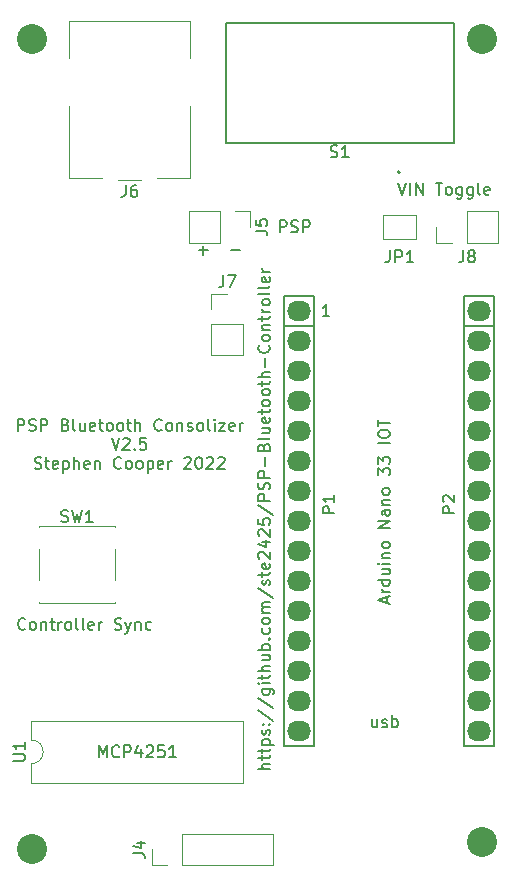
<source format=gbr>
%TF.GenerationSoftware,KiCad,Pcbnew,(6.0.1)*%
%TF.CreationDate,2022-07-17T20:34:33+01:00*%
%TF.ProjectId,psp-bluetooth,7073702d-626c-4756-9574-6f6f74682e6b,rev?*%
%TF.SameCoordinates,Original*%
%TF.FileFunction,Legend,Top*%
%TF.FilePolarity,Positive*%
%FSLAX46Y46*%
G04 Gerber Fmt 4.6, Leading zero omitted, Abs format (unit mm)*
G04 Created by KiCad (PCBNEW (6.0.1)) date 2022-07-17 20:34:33*
%MOMM*%
%LPD*%
G01*
G04 APERTURE LIST*
%ADD10C,0.150000*%
%ADD11C,0.127000*%
%ADD12C,0.200000*%
%ADD13C,0.120000*%
%ADD14O,2.032000X1.727200*%
%ADD15C,2.540000*%
G04 APERTURE END LIST*
D10*
X130953095Y-66111428D02*
X131715000Y-66111428D01*
X131334047Y-66492380D02*
X131334047Y-65730476D01*
X133715000Y-66111428D02*
X134476904Y-66111428D01*
X146042142Y-105830714D02*
X146042142Y-106497380D01*
X145613571Y-105830714D02*
X145613571Y-106354523D01*
X145661190Y-106449761D01*
X145756428Y-106497380D01*
X145899285Y-106497380D01*
X145994523Y-106449761D01*
X146042142Y-106402142D01*
X146470714Y-106449761D02*
X146565952Y-106497380D01*
X146756428Y-106497380D01*
X146851666Y-106449761D01*
X146899285Y-106354523D01*
X146899285Y-106306904D01*
X146851666Y-106211666D01*
X146756428Y-106164047D01*
X146613571Y-106164047D01*
X146518333Y-106116428D01*
X146470714Y-106021190D01*
X146470714Y-105973571D01*
X146518333Y-105878333D01*
X146613571Y-105830714D01*
X146756428Y-105830714D01*
X146851666Y-105878333D01*
X147327857Y-106497380D02*
X147327857Y-105497380D01*
X147327857Y-105878333D02*
X147423095Y-105830714D01*
X147613571Y-105830714D01*
X147708809Y-105878333D01*
X147756428Y-105925952D01*
X147804047Y-106021190D01*
X147804047Y-106306904D01*
X147756428Y-106402142D01*
X147708809Y-106449761D01*
X147613571Y-106497380D01*
X147423095Y-106497380D01*
X147327857Y-106449761D01*
X116261190Y-98147142D02*
X116213571Y-98194761D01*
X116070714Y-98242380D01*
X115975476Y-98242380D01*
X115832619Y-98194761D01*
X115737380Y-98099523D01*
X115689761Y-98004285D01*
X115642142Y-97813809D01*
X115642142Y-97670952D01*
X115689761Y-97480476D01*
X115737380Y-97385238D01*
X115832619Y-97290000D01*
X115975476Y-97242380D01*
X116070714Y-97242380D01*
X116213571Y-97290000D01*
X116261190Y-97337619D01*
X116832619Y-98242380D02*
X116737380Y-98194761D01*
X116689761Y-98147142D01*
X116642142Y-98051904D01*
X116642142Y-97766190D01*
X116689761Y-97670952D01*
X116737380Y-97623333D01*
X116832619Y-97575714D01*
X116975476Y-97575714D01*
X117070714Y-97623333D01*
X117118333Y-97670952D01*
X117165952Y-97766190D01*
X117165952Y-98051904D01*
X117118333Y-98147142D01*
X117070714Y-98194761D01*
X116975476Y-98242380D01*
X116832619Y-98242380D01*
X117594523Y-97575714D02*
X117594523Y-98242380D01*
X117594523Y-97670952D02*
X117642142Y-97623333D01*
X117737380Y-97575714D01*
X117880238Y-97575714D01*
X117975476Y-97623333D01*
X118023095Y-97718571D01*
X118023095Y-98242380D01*
X118356428Y-97575714D02*
X118737380Y-97575714D01*
X118499285Y-97242380D02*
X118499285Y-98099523D01*
X118546904Y-98194761D01*
X118642142Y-98242380D01*
X118737380Y-98242380D01*
X119070714Y-98242380D02*
X119070714Y-97575714D01*
X119070714Y-97766190D02*
X119118333Y-97670952D01*
X119165952Y-97623333D01*
X119261190Y-97575714D01*
X119356428Y-97575714D01*
X119832619Y-98242380D02*
X119737380Y-98194761D01*
X119689761Y-98147142D01*
X119642142Y-98051904D01*
X119642142Y-97766190D01*
X119689761Y-97670952D01*
X119737380Y-97623333D01*
X119832619Y-97575714D01*
X119975476Y-97575714D01*
X120070714Y-97623333D01*
X120118333Y-97670952D01*
X120165952Y-97766190D01*
X120165952Y-98051904D01*
X120118333Y-98147142D01*
X120070714Y-98194761D01*
X119975476Y-98242380D01*
X119832619Y-98242380D01*
X120737380Y-98242380D02*
X120642142Y-98194761D01*
X120594523Y-98099523D01*
X120594523Y-97242380D01*
X121261190Y-98242380D02*
X121165952Y-98194761D01*
X121118333Y-98099523D01*
X121118333Y-97242380D01*
X122023095Y-98194761D02*
X121927857Y-98242380D01*
X121737380Y-98242380D01*
X121642142Y-98194761D01*
X121594523Y-98099523D01*
X121594523Y-97718571D01*
X121642142Y-97623333D01*
X121737380Y-97575714D01*
X121927857Y-97575714D01*
X122023095Y-97623333D01*
X122070714Y-97718571D01*
X122070714Y-97813809D01*
X121594523Y-97909047D01*
X122499285Y-98242380D02*
X122499285Y-97575714D01*
X122499285Y-97766190D02*
X122546904Y-97670952D01*
X122594523Y-97623333D01*
X122689761Y-97575714D01*
X122785000Y-97575714D01*
X123832619Y-98194761D02*
X123975476Y-98242380D01*
X124213571Y-98242380D01*
X124308809Y-98194761D01*
X124356428Y-98147142D01*
X124404047Y-98051904D01*
X124404047Y-97956666D01*
X124356428Y-97861428D01*
X124308809Y-97813809D01*
X124213571Y-97766190D01*
X124023095Y-97718571D01*
X123927857Y-97670952D01*
X123880238Y-97623333D01*
X123832619Y-97528095D01*
X123832619Y-97432857D01*
X123880238Y-97337619D01*
X123927857Y-97290000D01*
X124023095Y-97242380D01*
X124261190Y-97242380D01*
X124404047Y-97290000D01*
X124737380Y-97575714D02*
X124975476Y-98242380D01*
X125213571Y-97575714D02*
X124975476Y-98242380D01*
X124880238Y-98480476D01*
X124832619Y-98528095D01*
X124737380Y-98575714D01*
X125594523Y-97575714D02*
X125594523Y-98242380D01*
X125594523Y-97670952D02*
X125642142Y-97623333D01*
X125737380Y-97575714D01*
X125880238Y-97575714D01*
X125975476Y-97623333D01*
X126023095Y-97718571D01*
X126023095Y-98242380D01*
X126927857Y-98194761D02*
X126832619Y-98242380D01*
X126642142Y-98242380D01*
X126546904Y-98194761D01*
X126499285Y-98147142D01*
X126451666Y-98051904D01*
X126451666Y-97766190D01*
X126499285Y-97670952D01*
X126546904Y-97623333D01*
X126642142Y-97575714D01*
X126832619Y-97575714D01*
X126927857Y-97623333D01*
X122491904Y-109037380D02*
X122491904Y-108037380D01*
X122825238Y-108751666D01*
X123158571Y-108037380D01*
X123158571Y-109037380D01*
X124206190Y-108942142D02*
X124158571Y-108989761D01*
X124015714Y-109037380D01*
X123920476Y-109037380D01*
X123777619Y-108989761D01*
X123682380Y-108894523D01*
X123634761Y-108799285D01*
X123587142Y-108608809D01*
X123587142Y-108465952D01*
X123634761Y-108275476D01*
X123682380Y-108180238D01*
X123777619Y-108085000D01*
X123920476Y-108037380D01*
X124015714Y-108037380D01*
X124158571Y-108085000D01*
X124206190Y-108132619D01*
X124634761Y-109037380D02*
X124634761Y-108037380D01*
X125015714Y-108037380D01*
X125110952Y-108085000D01*
X125158571Y-108132619D01*
X125206190Y-108227857D01*
X125206190Y-108370714D01*
X125158571Y-108465952D01*
X125110952Y-108513571D01*
X125015714Y-108561190D01*
X124634761Y-108561190D01*
X126063333Y-108370714D02*
X126063333Y-109037380D01*
X125825238Y-107989761D02*
X125587142Y-108704047D01*
X126206190Y-108704047D01*
X126539523Y-108132619D02*
X126587142Y-108085000D01*
X126682380Y-108037380D01*
X126920476Y-108037380D01*
X127015714Y-108085000D01*
X127063333Y-108132619D01*
X127110952Y-108227857D01*
X127110952Y-108323095D01*
X127063333Y-108465952D01*
X126491904Y-109037380D01*
X127110952Y-109037380D01*
X128015714Y-108037380D02*
X127539523Y-108037380D01*
X127491904Y-108513571D01*
X127539523Y-108465952D01*
X127634761Y-108418333D01*
X127872857Y-108418333D01*
X127968095Y-108465952D01*
X128015714Y-108513571D01*
X128063333Y-108608809D01*
X128063333Y-108846904D01*
X128015714Y-108942142D01*
X127968095Y-108989761D01*
X127872857Y-109037380D01*
X127634761Y-109037380D01*
X127539523Y-108989761D01*
X127491904Y-108942142D01*
X129015714Y-109037380D02*
X128444285Y-109037380D01*
X128730000Y-109037380D02*
X128730000Y-108037380D01*
X128634761Y-108180238D01*
X128539523Y-108275476D01*
X128444285Y-108323095D01*
X146851666Y-95979285D02*
X146851666Y-95503095D01*
X147137380Y-96074523D02*
X146137380Y-95741190D01*
X147137380Y-95407857D01*
X147137380Y-95074523D02*
X146470714Y-95074523D01*
X146661190Y-95074523D02*
X146565952Y-95026904D01*
X146518333Y-94979285D01*
X146470714Y-94884047D01*
X146470714Y-94788809D01*
X147137380Y-94026904D02*
X146137380Y-94026904D01*
X147089761Y-94026904D02*
X147137380Y-94122142D01*
X147137380Y-94312619D01*
X147089761Y-94407857D01*
X147042142Y-94455476D01*
X146946904Y-94503095D01*
X146661190Y-94503095D01*
X146565952Y-94455476D01*
X146518333Y-94407857D01*
X146470714Y-94312619D01*
X146470714Y-94122142D01*
X146518333Y-94026904D01*
X146470714Y-93122142D02*
X147137380Y-93122142D01*
X146470714Y-93550714D02*
X146994523Y-93550714D01*
X147089761Y-93503095D01*
X147137380Y-93407857D01*
X147137380Y-93265000D01*
X147089761Y-93169761D01*
X147042142Y-93122142D01*
X147137380Y-92645952D02*
X146470714Y-92645952D01*
X146137380Y-92645952D02*
X146185000Y-92693571D01*
X146232619Y-92645952D01*
X146185000Y-92598333D01*
X146137380Y-92645952D01*
X146232619Y-92645952D01*
X146470714Y-92169761D02*
X147137380Y-92169761D01*
X146565952Y-92169761D02*
X146518333Y-92122142D01*
X146470714Y-92026904D01*
X146470714Y-91884047D01*
X146518333Y-91788809D01*
X146613571Y-91741190D01*
X147137380Y-91741190D01*
X147137380Y-91122142D02*
X147089761Y-91217380D01*
X147042142Y-91265000D01*
X146946904Y-91312619D01*
X146661190Y-91312619D01*
X146565952Y-91265000D01*
X146518333Y-91217380D01*
X146470714Y-91122142D01*
X146470714Y-90979285D01*
X146518333Y-90884047D01*
X146565952Y-90836428D01*
X146661190Y-90788809D01*
X146946904Y-90788809D01*
X147042142Y-90836428D01*
X147089761Y-90884047D01*
X147137380Y-90979285D01*
X147137380Y-91122142D01*
X147137380Y-89598333D02*
X146137380Y-89598333D01*
X147137380Y-89026904D01*
X146137380Y-89026904D01*
X147137380Y-88122142D02*
X146613571Y-88122142D01*
X146518333Y-88169761D01*
X146470714Y-88265000D01*
X146470714Y-88455476D01*
X146518333Y-88550714D01*
X147089761Y-88122142D02*
X147137380Y-88217380D01*
X147137380Y-88455476D01*
X147089761Y-88550714D01*
X146994523Y-88598333D01*
X146899285Y-88598333D01*
X146804047Y-88550714D01*
X146756428Y-88455476D01*
X146756428Y-88217380D01*
X146708809Y-88122142D01*
X146470714Y-87645952D02*
X147137380Y-87645952D01*
X146565952Y-87645952D02*
X146518333Y-87598333D01*
X146470714Y-87503095D01*
X146470714Y-87360238D01*
X146518333Y-87265000D01*
X146613571Y-87217380D01*
X147137380Y-87217380D01*
X147137380Y-86598333D02*
X147089761Y-86693571D01*
X147042142Y-86741190D01*
X146946904Y-86788809D01*
X146661190Y-86788809D01*
X146565952Y-86741190D01*
X146518333Y-86693571D01*
X146470714Y-86598333D01*
X146470714Y-86455476D01*
X146518333Y-86360238D01*
X146565952Y-86312619D01*
X146661190Y-86265000D01*
X146946904Y-86265000D01*
X147042142Y-86312619D01*
X147089761Y-86360238D01*
X147137380Y-86455476D01*
X147137380Y-86598333D01*
X146137380Y-85169761D02*
X146137380Y-84550714D01*
X146518333Y-84884047D01*
X146518333Y-84741190D01*
X146565952Y-84645952D01*
X146613571Y-84598333D01*
X146708809Y-84550714D01*
X146946904Y-84550714D01*
X147042142Y-84598333D01*
X147089761Y-84645952D01*
X147137380Y-84741190D01*
X147137380Y-85026904D01*
X147089761Y-85122142D01*
X147042142Y-85169761D01*
X146137380Y-84217380D02*
X146137380Y-83598333D01*
X146518333Y-83931666D01*
X146518333Y-83788809D01*
X146565952Y-83693571D01*
X146613571Y-83645952D01*
X146708809Y-83598333D01*
X146946904Y-83598333D01*
X147042142Y-83645952D01*
X147089761Y-83693571D01*
X147137380Y-83788809D01*
X147137380Y-84074523D01*
X147089761Y-84169761D01*
X147042142Y-84217380D01*
X147137380Y-82407857D02*
X146137380Y-82407857D01*
X146137380Y-81741190D02*
X146137380Y-81550714D01*
X146185000Y-81455476D01*
X146280238Y-81360238D01*
X146470714Y-81312619D01*
X146804047Y-81312619D01*
X146994523Y-81360238D01*
X147089761Y-81455476D01*
X147137380Y-81550714D01*
X147137380Y-81741190D01*
X147089761Y-81836428D01*
X146994523Y-81931666D01*
X146804047Y-81979285D01*
X146470714Y-81979285D01*
X146280238Y-81931666D01*
X146185000Y-81836428D01*
X146137380Y-81741190D01*
X146137380Y-81026904D02*
X146137380Y-80455476D01*
X147137380Y-80741190D02*
X146137380Y-80741190D01*
X147860238Y-60412380D02*
X148193571Y-61412380D01*
X148526904Y-60412380D01*
X148860238Y-61412380D02*
X148860238Y-60412380D01*
X149336428Y-61412380D02*
X149336428Y-60412380D01*
X149907857Y-61412380D01*
X149907857Y-60412380D01*
X151003095Y-60412380D02*
X151574523Y-60412380D01*
X151288809Y-61412380D02*
X151288809Y-60412380D01*
X152050714Y-61412380D02*
X151955476Y-61364761D01*
X151907857Y-61317142D01*
X151860238Y-61221904D01*
X151860238Y-60936190D01*
X151907857Y-60840952D01*
X151955476Y-60793333D01*
X152050714Y-60745714D01*
X152193571Y-60745714D01*
X152288809Y-60793333D01*
X152336428Y-60840952D01*
X152384047Y-60936190D01*
X152384047Y-61221904D01*
X152336428Y-61317142D01*
X152288809Y-61364761D01*
X152193571Y-61412380D01*
X152050714Y-61412380D01*
X153241190Y-60745714D02*
X153241190Y-61555238D01*
X153193571Y-61650476D01*
X153145952Y-61698095D01*
X153050714Y-61745714D01*
X152907857Y-61745714D01*
X152812619Y-61698095D01*
X153241190Y-61364761D02*
X153145952Y-61412380D01*
X152955476Y-61412380D01*
X152860238Y-61364761D01*
X152812619Y-61317142D01*
X152765000Y-61221904D01*
X152765000Y-60936190D01*
X152812619Y-60840952D01*
X152860238Y-60793333D01*
X152955476Y-60745714D01*
X153145952Y-60745714D01*
X153241190Y-60793333D01*
X154145952Y-60745714D02*
X154145952Y-61555238D01*
X154098333Y-61650476D01*
X154050714Y-61698095D01*
X153955476Y-61745714D01*
X153812619Y-61745714D01*
X153717380Y-61698095D01*
X154145952Y-61364761D02*
X154050714Y-61412380D01*
X153860238Y-61412380D01*
X153765000Y-61364761D01*
X153717380Y-61317142D01*
X153669761Y-61221904D01*
X153669761Y-60936190D01*
X153717380Y-60840952D01*
X153765000Y-60793333D01*
X153860238Y-60745714D01*
X154050714Y-60745714D01*
X154145952Y-60793333D01*
X154765000Y-61412380D02*
X154669761Y-61364761D01*
X154622142Y-61269523D01*
X154622142Y-60412380D01*
X155526904Y-61364761D02*
X155431666Y-61412380D01*
X155241190Y-61412380D01*
X155145952Y-61364761D01*
X155098333Y-61269523D01*
X155098333Y-60888571D01*
X155145952Y-60793333D01*
X155241190Y-60745714D01*
X155431666Y-60745714D01*
X155526904Y-60793333D01*
X155574523Y-60888571D01*
X155574523Y-60983809D01*
X155098333Y-61079047D01*
X136977380Y-110019047D02*
X135977380Y-110019047D01*
X136977380Y-109590476D02*
X136453571Y-109590476D01*
X136358333Y-109638095D01*
X136310714Y-109733333D01*
X136310714Y-109876190D01*
X136358333Y-109971428D01*
X136405952Y-110019047D01*
X136310714Y-109257142D02*
X136310714Y-108876190D01*
X135977380Y-109114285D02*
X136834523Y-109114285D01*
X136929761Y-109066666D01*
X136977380Y-108971428D01*
X136977380Y-108876190D01*
X136310714Y-108685714D02*
X136310714Y-108304761D01*
X135977380Y-108542857D02*
X136834523Y-108542857D01*
X136929761Y-108495238D01*
X136977380Y-108400000D01*
X136977380Y-108304761D01*
X136310714Y-107971428D02*
X137310714Y-107971428D01*
X136358333Y-107971428D02*
X136310714Y-107876190D01*
X136310714Y-107685714D01*
X136358333Y-107590476D01*
X136405952Y-107542857D01*
X136501190Y-107495238D01*
X136786904Y-107495238D01*
X136882142Y-107542857D01*
X136929761Y-107590476D01*
X136977380Y-107685714D01*
X136977380Y-107876190D01*
X136929761Y-107971428D01*
X136929761Y-107114285D02*
X136977380Y-107019047D01*
X136977380Y-106828571D01*
X136929761Y-106733333D01*
X136834523Y-106685714D01*
X136786904Y-106685714D01*
X136691666Y-106733333D01*
X136644047Y-106828571D01*
X136644047Y-106971428D01*
X136596428Y-107066666D01*
X136501190Y-107114285D01*
X136453571Y-107114285D01*
X136358333Y-107066666D01*
X136310714Y-106971428D01*
X136310714Y-106828571D01*
X136358333Y-106733333D01*
X136882142Y-106257142D02*
X136929761Y-106209523D01*
X136977380Y-106257142D01*
X136929761Y-106304761D01*
X136882142Y-106257142D01*
X136977380Y-106257142D01*
X136358333Y-106257142D02*
X136405952Y-106209523D01*
X136453571Y-106257142D01*
X136405952Y-106304761D01*
X136358333Y-106257142D01*
X136453571Y-106257142D01*
X135929761Y-105066666D02*
X137215476Y-105923809D01*
X135929761Y-104019047D02*
X137215476Y-104876190D01*
X136310714Y-103257142D02*
X137120238Y-103257142D01*
X137215476Y-103304761D01*
X137263095Y-103352380D01*
X137310714Y-103447619D01*
X137310714Y-103590476D01*
X137263095Y-103685714D01*
X136929761Y-103257142D02*
X136977380Y-103352380D01*
X136977380Y-103542857D01*
X136929761Y-103638095D01*
X136882142Y-103685714D01*
X136786904Y-103733333D01*
X136501190Y-103733333D01*
X136405952Y-103685714D01*
X136358333Y-103638095D01*
X136310714Y-103542857D01*
X136310714Y-103352380D01*
X136358333Y-103257142D01*
X136977380Y-102780952D02*
X136310714Y-102780952D01*
X135977380Y-102780952D02*
X136025000Y-102828571D01*
X136072619Y-102780952D01*
X136025000Y-102733333D01*
X135977380Y-102780952D01*
X136072619Y-102780952D01*
X136310714Y-102447619D02*
X136310714Y-102066666D01*
X135977380Y-102304761D02*
X136834523Y-102304761D01*
X136929761Y-102257142D01*
X136977380Y-102161904D01*
X136977380Y-102066666D01*
X136977380Y-101733333D02*
X135977380Y-101733333D01*
X136977380Y-101304761D02*
X136453571Y-101304761D01*
X136358333Y-101352380D01*
X136310714Y-101447619D01*
X136310714Y-101590476D01*
X136358333Y-101685714D01*
X136405952Y-101733333D01*
X136310714Y-100400000D02*
X136977380Y-100400000D01*
X136310714Y-100828571D02*
X136834523Y-100828571D01*
X136929761Y-100780952D01*
X136977380Y-100685714D01*
X136977380Y-100542857D01*
X136929761Y-100447619D01*
X136882142Y-100400000D01*
X136977380Y-99923809D02*
X135977380Y-99923809D01*
X136358333Y-99923809D02*
X136310714Y-99828571D01*
X136310714Y-99638095D01*
X136358333Y-99542857D01*
X136405952Y-99495238D01*
X136501190Y-99447619D01*
X136786904Y-99447619D01*
X136882142Y-99495238D01*
X136929761Y-99542857D01*
X136977380Y-99638095D01*
X136977380Y-99828571D01*
X136929761Y-99923809D01*
X136882142Y-99019047D02*
X136929761Y-98971428D01*
X136977380Y-99019047D01*
X136929761Y-99066666D01*
X136882142Y-99019047D01*
X136977380Y-99019047D01*
X136929761Y-98114285D02*
X136977380Y-98209523D01*
X136977380Y-98400000D01*
X136929761Y-98495238D01*
X136882142Y-98542857D01*
X136786904Y-98590476D01*
X136501190Y-98590476D01*
X136405952Y-98542857D01*
X136358333Y-98495238D01*
X136310714Y-98400000D01*
X136310714Y-98209523D01*
X136358333Y-98114285D01*
X136977380Y-97542857D02*
X136929761Y-97638095D01*
X136882142Y-97685714D01*
X136786904Y-97733333D01*
X136501190Y-97733333D01*
X136405952Y-97685714D01*
X136358333Y-97638095D01*
X136310714Y-97542857D01*
X136310714Y-97400000D01*
X136358333Y-97304761D01*
X136405952Y-97257142D01*
X136501190Y-97209523D01*
X136786904Y-97209523D01*
X136882142Y-97257142D01*
X136929761Y-97304761D01*
X136977380Y-97400000D01*
X136977380Y-97542857D01*
X136977380Y-96780952D02*
X136310714Y-96780952D01*
X136405952Y-96780952D02*
X136358333Y-96733333D01*
X136310714Y-96638095D01*
X136310714Y-96495238D01*
X136358333Y-96400000D01*
X136453571Y-96352380D01*
X136977380Y-96352380D01*
X136453571Y-96352380D02*
X136358333Y-96304761D01*
X136310714Y-96209523D01*
X136310714Y-96066666D01*
X136358333Y-95971428D01*
X136453571Y-95923809D01*
X136977380Y-95923809D01*
X135929761Y-94733333D02*
X137215476Y-95590476D01*
X136929761Y-94447619D02*
X136977380Y-94352380D01*
X136977380Y-94161904D01*
X136929761Y-94066666D01*
X136834523Y-94019047D01*
X136786904Y-94019047D01*
X136691666Y-94066666D01*
X136644047Y-94161904D01*
X136644047Y-94304761D01*
X136596428Y-94400000D01*
X136501190Y-94447619D01*
X136453571Y-94447619D01*
X136358333Y-94400000D01*
X136310714Y-94304761D01*
X136310714Y-94161904D01*
X136358333Y-94066666D01*
X136310714Y-93733333D02*
X136310714Y-93352380D01*
X135977380Y-93590476D02*
X136834523Y-93590476D01*
X136929761Y-93542857D01*
X136977380Y-93447619D01*
X136977380Y-93352380D01*
X136929761Y-92638095D02*
X136977380Y-92733333D01*
X136977380Y-92923809D01*
X136929761Y-93019047D01*
X136834523Y-93066666D01*
X136453571Y-93066666D01*
X136358333Y-93019047D01*
X136310714Y-92923809D01*
X136310714Y-92733333D01*
X136358333Y-92638095D01*
X136453571Y-92590476D01*
X136548809Y-92590476D01*
X136644047Y-93066666D01*
X136072619Y-92209523D02*
X136025000Y-92161904D01*
X135977380Y-92066666D01*
X135977380Y-91828571D01*
X136025000Y-91733333D01*
X136072619Y-91685714D01*
X136167857Y-91638095D01*
X136263095Y-91638095D01*
X136405952Y-91685714D01*
X136977380Y-92257142D01*
X136977380Y-91638095D01*
X136310714Y-90780952D02*
X136977380Y-90780952D01*
X135929761Y-91019047D02*
X136644047Y-91257142D01*
X136644047Y-90638095D01*
X136072619Y-90304761D02*
X136025000Y-90257142D01*
X135977380Y-90161904D01*
X135977380Y-89923809D01*
X136025000Y-89828571D01*
X136072619Y-89780952D01*
X136167857Y-89733333D01*
X136263095Y-89733333D01*
X136405952Y-89780952D01*
X136977380Y-90352380D01*
X136977380Y-89733333D01*
X135977380Y-88828571D02*
X135977380Y-89304761D01*
X136453571Y-89352380D01*
X136405952Y-89304761D01*
X136358333Y-89209523D01*
X136358333Y-88971428D01*
X136405952Y-88876190D01*
X136453571Y-88828571D01*
X136548809Y-88780952D01*
X136786904Y-88780952D01*
X136882142Y-88828571D01*
X136929761Y-88876190D01*
X136977380Y-88971428D01*
X136977380Y-89209523D01*
X136929761Y-89304761D01*
X136882142Y-89352380D01*
X135929761Y-87638095D02*
X137215476Y-88495238D01*
X136977380Y-87304761D02*
X135977380Y-87304761D01*
X135977380Y-86923809D01*
X136025000Y-86828571D01*
X136072619Y-86780952D01*
X136167857Y-86733333D01*
X136310714Y-86733333D01*
X136405952Y-86780952D01*
X136453571Y-86828571D01*
X136501190Y-86923809D01*
X136501190Y-87304761D01*
X136929761Y-86352380D02*
X136977380Y-86209523D01*
X136977380Y-85971428D01*
X136929761Y-85876190D01*
X136882142Y-85828571D01*
X136786904Y-85780952D01*
X136691666Y-85780952D01*
X136596428Y-85828571D01*
X136548809Y-85876190D01*
X136501190Y-85971428D01*
X136453571Y-86161904D01*
X136405952Y-86257142D01*
X136358333Y-86304761D01*
X136263095Y-86352380D01*
X136167857Y-86352380D01*
X136072619Y-86304761D01*
X136025000Y-86257142D01*
X135977380Y-86161904D01*
X135977380Y-85923809D01*
X136025000Y-85780952D01*
X136977380Y-85352380D02*
X135977380Y-85352380D01*
X135977380Y-84971428D01*
X136025000Y-84876190D01*
X136072619Y-84828571D01*
X136167857Y-84780952D01*
X136310714Y-84780952D01*
X136405952Y-84828571D01*
X136453571Y-84876190D01*
X136501190Y-84971428D01*
X136501190Y-85352380D01*
X136596428Y-84352380D02*
X136596428Y-83590476D01*
X136453571Y-82780952D02*
X136501190Y-82638095D01*
X136548809Y-82590476D01*
X136644047Y-82542857D01*
X136786904Y-82542857D01*
X136882142Y-82590476D01*
X136929761Y-82638095D01*
X136977380Y-82733333D01*
X136977380Y-83114285D01*
X135977380Y-83114285D01*
X135977380Y-82780952D01*
X136025000Y-82685714D01*
X136072619Y-82638095D01*
X136167857Y-82590476D01*
X136263095Y-82590476D01*
X136358333Y-82638095D01*
X136405952Y-82685714D01*
X136453571Y-82780952D01*
X136453571Y-83114285D01*
X136977380Y-81971428D02*
X136929761Y-82066666D01*
X136834523Y-82114285D01*
X135977380Y-82114285D01*
X136310714Y-81161904D02*
X136977380Y-81161904D01*
X136310714Y-81590476D02*
X136834523Y-81590476D01*
X136929761Y-81542857D01*
X136977380Y-81447619D01*
X136977380Y-81304761D01*
X136929761Y-81209523D01*
X136882142Y-81161904D01*
X136929761Y-80304761D02*
X136977380Y-80400000D01*
X136977380Y-80590476D01*
X136929761Y-80685714D01*
X136834523Y-80733333D01*
X136453571Y-80733333D01*
X136358333Y-80685714D01*
X136310714Y-80590476D01*
X136310714Y-80400000D01*
X136358333Y-80304761D01*
X136453571Y-80257142D01*
X136548809Y-80257142D01*
X136644047Y-80733333D01*
X136310714Y-79971428D02*
X136310714Y-79590476D01*
X135977380Y-79828571D02*
X136834523Y-79828571D01*
X136929761Y-79780952D01*
X136977380Y-79685714D01*
X136977380Y-79590476D01*
X136977380Y-79114285D02*
X136929761Y-79209523D01*
X136882142Y-79257142D01*
X136786904Y-79304761D01*
X136501190Y-79304761D01*
X136405952Y-79257142D01*
X136358333Y-79209523D01*
X136310714Y-79114285D01*
X136310714Y-78971428D01*
X136358333Y-78876190D01*
X136405952Y-78828571D01*
X136501190Y-78780952D01*
X136786904Y-78780952D01*
X136882142Y-78828571D01*
X136929761Y-78876190D01*
X136977380Y-78971428D01*
X136977380Y-79114285D01*
X136977380Y-78209523D02*
X136929761Y-78304761D01*
X136882142Y-78352380D01*
X136786904Y-78400000D01*
X136501190Y-78400000D01*
X136405952Y-78352380D01*
X136358333Y-78304761D01*
X136310714Y-78209523D01*
X136310714Y-78066666D01*
X136358333Y-77971428D01*
X136405952Y-77923809D01*
X136501190Y-77876190D01*
X136786904Y-77876190D01*
X136882142Y-77923809D01*
X136929761Y-77971428D01*
X136977380Y-78066666D01*
X136977380Y-78209523D01*
X136310714Y-77590476D02*
X136310714Y-77209523D01*
X135977380Y-77447619D02*
X136834523Y-77447619D01*
X136929761Y-77400000D01*
X136977380Y-77304761D01*
X136977380Y-77209523D01*
X136977380Y-76876190D02*
X135977380Y-76876190D01*
X136977380Y-76447619D02*
X136453571Y-76447619D01*
X136358333Y-76495238D01*
X136310714Y-76590476D01*
X136310714Y-76733333D01*
X136358333Y-76828571D01*
X136405952Y-76876190D01*
X136596428Y-75971428D02*
X136596428Y-75209523D01*
X136882142Y-74161904D02*
X136929761Y-74209523D01*
X136977380Y-74352380D01*
X136977380Y-74447619D01*
X136929761Y-74590476D01*
X136834523Y-74685714D01*
X136739285Y-74733333D01*
X136548809Y-74780952D01*
X136405952Y-74780952D01*
X136215476Y-74733333D01*
X136120238Y-74685714D01*
X136025000Y-74590476D01*
X135977380Y-74447619D01*
X135977380Y-74352380D01*
X136025000Y-74209523D01*
X136072619Y-74161904D01*
X136977380Y-73590476D02*
X136929761Y-73685714D01*
X136882142Y-73733333D01*
X136786904Y-73780952D01*
X136501190Y-73780952D01*
X136405952Y-73733333D01*
X136358333Y-73685714D01*
X136310714Y-73590476D01*
X136310714Y-73447619D01*
X136358333Y-73352380D01*
X136405952Y-73304761D01*
X136501190Y-73257142D01*
X136786904Y-73257142D01*
X136882142Y-73304761D01*
X136929761Y-73352380D01*
X136977380Y-73447619D01*
X136977380Y-73590476D01*
X136310714Y-72828571D02*
X136977380Y-72828571D01*
X136405952Y-72828571D02*
X136358333Y-72780952D01*
X136310714Y-72685714D01*
X136310714Y-72542857D01*
X136358333Y-72447619D01*
X136453571Y-72400000D01*
X136977380Y-72400000D01*
X136310714Y-72066666D02*
X136310714Y-71685714D01*
X135977380Y-71923809D02*
X136834523Y-71923809D01*
X136929761Y-71876190D01*
X136977380Y-71780952D01*
X136977380Y-71685714D01*
X136977380Y-71352380D02*
X136310714Y-71352380D01*
X136501190Y-71352380D02*
X136405952Y-71304761D01*
X136358333Y-71257142D01*
X136310714Y-71161904D01*
X136310714Y-71066666D01*
X136977380Y-70590476D02*
X136929761Y-70685714D01*
X136882142Y-70733333D01*
X136786904Y-70780952D01*
X136501190Y-70780952D01*
X136405952Y-70733333D01*
X136358333Y-70685714D01*
X136310714Y-70590476D01*
X136310714Y-70447619D01*
X136358333Y-70352380D01*
X136405952Y-70304761D01*
X136501190Y-70257142D01*
X136786904Y-70257142D01*
X136882142Y-70304761D01*
X136929761Y-70352380D01*
X136977380Y-70447619D01*
X136977380Y-70590476D01*
X136977380Y-69685714D02*
X136929761Y-69780952D01*
X136834523Y-69828571D01*
X135977380Y-69828571D01*
X136977380Y-69161904D02*
X136929761Y-69257142D01*
X136834523Y-69304761D01*
X135977380Y-69304761D01*
X136929761Y-68400000D02*
X136977380Y-68495238D01*
X136977380Y-68685714D01*
X136929761Y-68780952D01*
X136834523Y-68828571D01*
X136453571Y-68828571D01*
X136358333Y-68780952D01*
X136310714Y-68685714D01*
X136310714Y-68495238D01*
X136358333Y-68400000D01*
X136453571Y-68352380D01*
X136548809Y-68352380D01*
X136644047Y-68828571D01*
X136977380Y-67923809D02*
X136310714Y-67923809D01*
X136501190Y-67923809D02*
X136405952Y-67876190D01*
X136358333Y-67828571D01*
X136310714Y-67733333D01*
X136310714Y-67638095D01*
X115618809Y-81392380D02*
X115618809Y-80392380D01*
X115999761Y-80392380D01*
X116095000Y-80440000D01*
X116142619Y-80487619D01*
X116190238Y-80582857D01*
X116190238Y-80725714D01*
X116142619Y-80820952D01*
X116095000Y-80868571D01*
X115999761Y-80916190D01*
X115618809Y-80916190D01*
X116571190Y-81344761D02*
X116714047Y-81392380D01*
X116952142Y-81392380D01*
X117047380Y-81344761D01*
X117095000Y-81297142D01*
X117142619Y-81201904D01*
X117142619Y-81106666D01*
X117095000Y-81011428D01*
X117047380Y-80963809D01*
X116952142Y-80916190D01*
X116761666Y-80868571D01*
X116666428Y-80820952D01*
X116618809Y-80773333D01*
X116571190Y-80678095D01*
X116571190Y-80582857D01*
X116618809Y-80487619D01*
X116666428Y-80440000D01*
X116761666Y-80392380D01*
X116999761Y-80392380D01*
X117142619Y-80440000D01*
X117571190Y-81392380D02*
X117571190Y-80392380D01*
X117952142Y-80392380D01*
X118047380Y-80440000D01*
X118095000Y-80487619D01*
X118142619Y-80582857D01*
X118142619Y-80725714D01*
X118095000Y-80820952D01*
X118047380Y-80868571D01*
X117952142Y-80916190D01*
X117571190Y-80916190D01*
X119666428Y-80868571D02*
X119809285Y-80916190D01*
X119856904Y-80963809D01*
X119904523Y-81059047D01*
X119904523Y-81201904D01*
X119856904Y-81297142D01*
X119809285Y-81344761D01*
X119714047Y-81392380D01*
X119333095Y-81392380D01*
X119333095Y-80392380D01*
X119666428Y-80392380D01*
X119761666Y-80440000D01*
X119809285Y-80487619D01*
X119856904Y-80582857D01*
X119856904Y-80678095D01*
X119809285Y-80773333D01*
X119761666Y-80820952D01*
X119666428Y-80868571D01*
X119333095Y-80868571D01*
X120475952Y-81392380D02*
X120380714Y-81344761D01*
X120333095Y-81249523D01*
X120333095Y-80392380D01*
X121285476Y-80725714D02*
X121285476Y-81392380D01*
X120856904Y-80725714D02*
X120856904Y-81249523D01*
X120904523Y-81344761D01*
X120999761Y-81392380D01*
X121142619Y-81392380D01*
X121237857Y-81344761D01*
X121285476Y-81297142D01*
X122142619Y-81344761D02*
X122047380Y-81392380D01*
X121856904Y-81392380D01*
X121761666Y-81344761D01*
X121714047Y-81249523D01*
X121714047Y-80868571D01*
X121761666Y-80773333D01*
X121856904Y-80725714D01*
X122047380Y-80725714D01*
X122142619Y-80773333D01*
X122190238Y-80868571D01*
X122190238Y-80963809D01*
X121714047Y-81059047D01*
X122475952Y-80725714D02*
X122856904Y-80725714D01*
X122618809Y-80392380D02*
X122618809Y-81249523D01*
X122666428Y-81344761D01*
X122761666Y-81392380D01*
X122856904Y-81392380D01*
X123333095Y-81392380D02*
X123237857Y-81344761D01*
X123190238Y-81297142D01*
X123142619Y-81201904D01*
X123142619Y-80916190D01*
X123190238Y-80820952D01*
X123237857Y-80773333D01*
X123333095Y-80725714D01*
X123475952Y-80725714D01*
X123571190Y-80773333D01*
X123618809Y-80820952D01*
X123666428Y-80916190D01*
X123666428Y-81201904D01*
X123618809Y-81297142D01*
X123571190Y-81344761D01*
X123475952Y-81392380D01*
X123333095Y-81392380D01*
X124237857Y-81392380D02*
X124142619Y-81344761D01*
X124095000Y-81297142D01*
X124047380Y-81201904D01*
X124047380Y-80916190D01*
X124095000Y-80820952D01*
X124142619Y-80773333D01*
X124237857Y-80725714D01*
X124380714Y-80725714D01*
X124475952Y-80773333D01*
X124523571Y-80820952D01*
X124571190Y-80916190D01*
X124571190Y-81201904D01*
X124523571Y-81297142D01*
X124475952Y-81344761D01*
X124380714Y-81392380D01*
X124237857Y-81392380D01*
X124856904Y-80725714D02*
X125237857Y-80725714D01*
X124999761Y-80392380D02*
X124999761Y-81249523D01*
X125047380Y-81344761D01*
X125142619Y-81392380D01*
X125237857Y-81392380D01*
X125571190Y-81392380D02*
X125571190Y-80392380D01*
X125999761Y-81392380D02*
X125999761Y-80868571D01*
X125952142Y-80773333D01*
X125856904Y-80725714D01*
X125714047Y-80725714D01*
X125618809Y-80773333D01*
X125571190Y-80820952D01*
X127809285Y-81297142D02*
X127761666Y-81344761D01*
X127618809Y-81392380D01*
X127523571Y-81392380D01*
X127380714Y-81344761D01*
X127285476Y-81249523D01*
X127237857Y-81154285D01*
X127190238Y-80963809D01*
X127190238Y-80820952D01*
X127237857Y-80630476D01*
X127285476Y-80535238D01*
X127380714Y-80440000D01*
X127523571Y-80392380D01*
X127618809Y-80392380D01*
X127761666Y-80440000D01*
X127809285Y-80487619D01*
X128380714Y-81392380D02*
X128285476Y-81344761D01*
X128237857Y-81297142D01*
X128190238Y-81201904D01*
X128190238Y-80916190D01*
X128237857Y-80820952D01*
X128285476Y-80773333D01*
X128380714Y-80725714D01*
X128523571Y-80725714D01*
X128618809Y-80773333D01*
X128666428Y-80820952D01*
X128714047Y-80916190D01*
X128714047Y-81201904D01*
X128666428Y-81297142D01*
X128618809Y-81344761D01*
X128523571Y-81392380D01*
X128380714Y-81392380D01*
X129142619Y-80725714D02*
X129142619Y-81392380D01*
X129142619Y-80820952D02*
X129190238Y-80773333D01*
X129285476Y-80725714D01*
X129428333Y-80725714D01*
X129523571Y-80773333D01*
X129571190Y-80868571D01*
X129571190Y-81392380D01*
X129999761Y-81344761D02*
X130095000Y-81392380D01*
X130285476Y-81392380D01*
X130380714Y-81344761D01*
X130428333Y-81249523D01*
X130428333Y-81201904D01*
X130380714Y-81106666D01*
X130285476Y-81059047D01*
X130142619Y-81059047D01*
X130047380Y-81011428D01*
X129999761Y-80916190D01*
X129999761Y-80868571D01*
X130047380Y-80773333D01*
X130142619Y-80725714D01*
X130285476Y-80725714D01*
X130380714Y-80773333D01*
X130999761Y-81392380D02*
X130904523Y-81344761D01*
X130856904Y-81297142D01*
X130809285Y-81201904D01*
X130809285Y-80916190D01*
X130856904Y-80820952D01*
X130904523Y-80773333D01*
X130999761Y-80725714D01*
X131142619Y-80725714D01*
X131237857Y-80773333D01*
X131285476Y-80820952D01*
X131333095Y-80916190D01*
X131333095Y-81201904D01*
X131285476Y-81297142D01*
X131237857Y-81344761D01*
X131142619Y-81392380D01*
X130999761Y-81392380D01*
X131904523Y-81392380D02*
X131809285Y-81344761D01*
X131761666Y-81249523D01*
X131761666Y-80392380D01*
X132285476Y-81392380D02*
X132285476Y-80725714D01*
X132285476Y-80392380D02*
X132237857Y-80440000D01*
X132285476Y-80487619D01*
X132333095Y-80440000D01*
X132285476Y-80392380D01*
X132285476Y-80487619D01*
X132666428Y-80725714D02*
X133190238Y-80725714D01*
X132666428Y-81392380D01*
X133190238Y-81392380D01*
X133952142Y-81344761D02*
X133856904Y-81392380D01*
X133666428Y-81392380D01*
X133571190Y-81344761D01*
X133523571Y-81249523D01*
X133523571Y-80868571D01*
X133571190Y-80773333D01*
X133666428Y-80725714D01*
X133856904Y-80725714D01*
X133952142Y-80773333D01*
X133999761Y-80868571D01*
X133999761Y-80963809D01*
X133523571Y-81059047D01*
X134428333Y-81392380D02*
X134428333Y-80725714D01*
X134428333Y-80916190D02*
X134475952Y-80820952D01*
X134523571Y-80773333D01*
X134618809Y-80725714D01*
X134714047Y-80725714D01*
X123571190Y-82002380D02*
X123904523Y-83002380D01*
X124237857Y-82002380D01*
X124523571Y-82097619D02*
X124571190Y-82050000D01*
X124666428Y-82002380D01*
X124904523Y-82002380D01*
X124999761Y-82050000D01*
X125047380Y-82097619D01*
X125095000Y-82192857D01*
X125095000Y-82288095D01*
X125047380Y-82430952D01*
X124475952Y-83002380D01*
X125095000Y-83002380D01*
X125523571Y-82907142D02*
X125571190Y-82954761D01*
X125523571Y-83002380D01*
X125475952Y-82954761D01*
X125523571Y-82907142D01*
X125523571Y-83002380D01*
X126475952Y-82002380D02*
X125999761Y-82002380D01*
X125952142Y-82478571D01*
X125999761Y-82430952D01*
X126095000Y-82383333D01*
X126333095Y-82383333D01*
X126428333Y-82430952D01*
X126475952Y-82478571D01*
X126523571Y-82573809D01*
X126523571Y-82811904D01*
X126475952Y-82907142D01*
X126428333Y-82954761D01*
X126333095Y-83002380D01*
X126095000Y-83002380D01*
X125999761Y-82954761D01*
X125952142Y-82907142D01*
X117047380Y-84564761D02*
X117190238Y-84612380D01*
X117428333Y-84612380D01*
X117523571Y-84564761D01*
X117571190Y-84517142D01*
X117618809Y-84421904D01*
X117618809Y-84326666D01*
X117571190Y-84231428D01*
X117523571Y-84183809D01*
X117428333Y-84136190D01*
X117237857Y-84088571D01*
X117142619Y-84040952D01*
X117095000Y-83993333D01*
X117047380Y-83898095D01*
X117047380Y-83802857D01*
X117095000Y-83707619D01*
X117142619Y-83660000D01*
X117237857Y-83612380D01*
X117475952Y-83612380D01*
X117618809Y-83660000D01*
X117904523Y-83945714D02*
X118285476Y-83945714D01*
X118047380Y-83612380D02*
X118047380Y-84469523D01*
X118095000Y-84564761D01*
X118190238Y-84612380D01*
X118285476Y-84612380D01*
X118999761Y-84564761D02*
X118904523Y-84612380D01*
X118714047Y-84612380D01*
X118618809Y-84564761D01*
X118571190Y-84469523D01*
X118571190Y-84088571D01*
X118618809Y-83993333D01*
X118714047Y-83945714D01*
X118904523Y-83945714D01*
X118999761Y-83993333D01*
X119047380Y-84088571D01*
X119047380Y-84183809D01*
X118571190Y-84279047D01*
X119475952Y-83945714D02*
X119475952Y-84945714D01*
X119475952Y-83993333D02*
X119571190Y-83945714D01*
X119761666Y-83945714D01*
X119856904Y-83993333D01*
X119904523Y-84040952D01*
X119952142Y-84136190D01*
X119952142Y-84421904D01*
X119904523Y-84517142D01*
X119856904Y-84564761D01*
X119761666Y-84612380D01*
X119571190Y-84612380D01*
X119475952Y-84564761D01*
X120380714Y-84612380D02*
X120380714Y-83612380D01*
X120809285Y-84612380D02*
X120809285Y-84088571D01*
X120761666Y-83993333D01*
X120666428Y-83945714D01*
X120523571Y-83945714D01*
X120428333Y-83993333D01*
X120380714Y-84040952D01*
X121666428Y-84564761D02*
X121571190Y-84612380D01*
X121380714Y-84612380D01*
X121285476Y-84564761D01*
X121237857Y-84469523D01*
X121237857Y-84088571D01*
X121285476Y-83993333D01*
X121380714Y-83945714D01*
X121571190Y-83945714D01*
X121666428Y-83993333D01*
X121714047Y-84088571D01*
X121714047Y-84183809D01*
X121237857Y-84279047D01*
X122142619Y-83945714D02*
X122142619Y-84612380D01*
X122142619Y-84040952D02*
X122190238Y-83993333D01*
X122285476Y-83945714D01*
X122428333Y-83945714D01*
X122523571Y-83993333D01*
X122571190Y-84088571D01*
X122571190Y-84612380D01*
X124380714Y-84517142D02*
X124333095Y-84564761D01*
X124190238Y-84612380D01*
X124095000Y-84612380D01*
X123952142Y-84564761D01*
X123856904Y-84469523D01*
X123809285Y-84374285D01*
X123761666Y-84183809D01*
X123761666Y-84040952D01*
X123809285Y-83850476D01*
X123856904Y-83755238D01*
X123952142Y-83660000D01*
X124095000Y-83612380D01*
X124190238Y-83612380D01*
X124333095Y-83660000D01*
X124380714Y-83707619D01*
X124952142Y-84612380D02*
X124856904Y-84564761D01*
X124809285Y-84517142D01*
X124761666Y-84421904D01*
X124761666Y-84136190D01*
X124809285Y-84040952D01*
X124856904Y-83993333D01*
X124952142Y-83945714D01*
X125095000Y-83945714D01*
X125190238Y-83993333D01*
X125237857Y-84040952D01*
X125285476Y-84136190D01*
X125285476Y-84421904D01*
X125237857Y-84517142D01*
X125190238Y-84564761D01*
X125095000Y-84612380D01*
X124952142Y-84612380D01*
X125856904Y-84612380D02*
X125761666Y-84564761D01*
X125714047Y-84517142D01*
X125666428Y-84421904D01*
X125666428Y-84136190D01*
X125714047Y-84040952D01*
X125761666Y-83993333D01*
X125856904Y-83945714D01*
X125999761Y-83945714D01*
X126095000Y-83993333D01*
X126142619Y-84040952D01*
X126190238Y-84136190D01*
X126190238Y-84421904D01*
X126142619Y-84517142D01*
X126095000Y-84564761D01*
X125999761Y-84612380D01*
X125856904Y-84612380D01*
X126618809Y-83945714D02*
X126618809Y-84945714D01*
X126618809Y-83993333D02*
X126714047Y-83945714D01*
X126904523Y-83945714D01*
X126999761Y-83993333D01*
X127047380Y-84040952D01*
X127095000Y-84136190D01*
X127095000Y-84421904D01*
X127047380Y-84517142D01*
X126999761Y-84564761D01*
X126904523Y-84612380D01*
X126714047Y-84612380D01*
X126618809Y-84564761D01*
X127904523Y-84564761D02*
X127809285Y-84612380D01*
X127618809Y-84612380D01*
X127523571Y-84564761D01*
X127475952Y-84469523D01*
X127475952Y-84088571D01*
X127523571Y-83993333D01*
X127618809Y-83945714D01*
X127809285Y-83945714D01*
X127904523Y-83993333D01*
X127952142Y-84088571D01*
X127952142Y-84183809D01*
X127475952Y-84279047D01*
X128380714Y-84612380D02*
X128380714Y-83945714D01*
X128380714Y-84136190D02*
X128428333Y-84040952D01*
X128475952Y-83993333D01*
X128571190Y-83945714D01*
X128666428Y-83945714D01*
X129714047Y-83707619D02*
X129761666Y-83660000D01*
X129856904Y-83612380D01*
X130095000Y-83612380D01*
X130190238Y-83660000D01*
X130237857Y-83707619D01*
X130285476Y-83802857D01*
X130285476Y-83898095D01*
X130237857Y-84040952D01*
X129666428Y-84612380D01*
X130285476Y-84612380D01*
X130904523Y-83612380D02*
X130999761Y-83612380D01*
X131095000Y-83660000D01*
X131142619Y-83707619D01*
X131190238Y-83802857D01*
X131237857Y-83993333D01*
X131237857Y-84231428D01*
X131190238Y-84421904D01*
X131142619Y-84517142D01*
X131095000Y-84564761D01*
X130999761Y-84612380D01*
X130904523Y-84612380D01*
X130809285Y-84564761D01*
X130761666Y-84517142D01*
X130714047Y-84421904D01*
X130666428Y-84231428D01*
X130666428Y-83993333D01*
X130714047Y-83802857D01*
X130761666Y-83707619D01*
X130809285Y-83660000D01*
X130904523Y-83612380D01*
X131618809Y-83707619D02*
X131666428Y-83660000D01*
X131761666Y-83612380D01*
X131999761Y-83612380D01*
X132095000Y-83660000D01*
X132142619Y-83707619D01*
X132190238Y-83802857D01*
X132190238Y-83898095D01*
X132142619Y-84040952D01*
X131571190Y-84612380D01*
X132190238Y-84612380D01*
X132571190Y-83707619D02*
X132618809Y-83660000D01*
X132714047Y-83612380D01*
X132952142Y-83612380D01*
X133047380Y-83660000D01*
X133095000Y-83707619D01*
X133142619Y-83802857D01*
X133142619Y-83898095D01*
X133095000Y-84040952D01*
X132523571Y-84612380D01*
X133142619Y-84612380D01*
X142017714Y-71699380D02*
X141446285Y-71699380D01*
X141732000Y-71699380D02*
X141732000Y-70699380D01*
X141636761Y-70842238D01*
X141541523Y-70937476D01*
X141446285Y-70985095D01*
X137826904Y-64587380D02*
X137826904Y-63587380D01*
X138207857Y-63587380D01*
X138303095Y-63635000D01*
X138350714Y-63682619D01*
X138398333Y-63777857D01*
X138398333Y-63920714D01*
X138350714Y-64015952D01*
X138303095Y-64063571D01*
X138207857Y-64111190D01*
X137826904Y-64111190D01*
X138779285Y-64539761D02*
X138922142Y-64587380D01*
X139160238Y-64587380D01*
X139255476Y-64539761D01*
X139303095Y-64492142D01*
X139350714Y-64396904D01*
X139350714Y-64301666D01*
X139303095Y-64206428D01*
X139255476Y-64158809D01*
X139160238Y-64111190D01*
X138969761Y-64063571D01*
X138874523Y-64015952D01*
X138826904Y-63968333D01*
X138779285Y-63873095D01*
X138779285Y-63777857D01*
X138826904Y-63682619D01*
X138874523Y-63635000D01*
X138969761Y-63587380D01*
X139207857Y-63587380D01*
X139350714Y-63635000D01*
X139779285Y-64587380D02*
X139779285Y-63587380D01*
X140160238Y-63587380D01*
X140255476Y-63635000D01*
X140303095Y-63682619D01*
X140350714Y-63777857D01*
X140350714Y-63920714D01*
X140303095Y-64015952D01*
X140255476Y-64063571D01*
X140160238Y-64111190D01*
X139779285Y-64111190D01*
%TO.C,P1*%
X142438380Y-88368095D02*
X141438380Y-88368095D01*
X141438380Y-87987142D01*
X141486000Y-87891904D01*
X141533619Y-87844285D01*
X141628857Y-87796666D01*
X141771714Y-87796666D01*
X141866952Y-87844285D01*
X141914571Y-87891904D01*
X141962190Y-87987142D01*
X141962190Y-88368095D01*
X142438380Y-86844285D02*
X142438380Y-87415714D01*
X142438380Y-87130000D02*
X141438380Y-87130000D01*
X141581238Y-87225238D01*
X141676476Y-87320476D01*
X141724095Y-87415714D01*
%TO.C,P2*%
X152598380Y-88368095D02*
X151598380Y-88368095D01*
X151598380Y-87987142D01*
X151646000Y-87891904D01*
X151693619Y-87844285D01*
X151788857Y-87796666D01*
X151931714Y-87796666D01*
X152026952Y-87844285D01*
X152074571Y-87891904D01*
X152122190Y-87987142D01*
X152122190Y-88368095D01*
X151693619Y-87415714D02*
X151646000Y-87368095D01*
X151598380Y-87272857D01*
X151598380Y-87034761D01*
X151646000Y-86939523D01*
X151693619Y-86891904D01*
X151788857Y-86844285D01*
X151884095Y-86844285D01*
X152026952Y-86891904D01*
X152598380Y-87463333D01*
X152598380Y-86844285D01*
%TO.C,S1*%
X142113095Y-58189761D02*
X142255952Y-58237380D01*
X142494047Y-58237380D01*
X142589285Y-58189761D01*
X142636904Y-58142142D01*
X142684523Y-58046904D01*
X142684523Y-57951666D01*
X142636904Y-57856428D01*
X142589285Y-57808809D01*
X142494047Y-57761190D01*
X142303571Y-57713571D01*
X142208333Y-57665952D01*
X142160714Y-57618333D01*
X142113095Y-57523095D01*
X142113095Y-57427857D01*
X142160714Y-57332619D01*
X142208333Y-57285000D01*
X142303571Y-57237380D01*
X142541666Y-57237380D01*
X142684523Y-57285000D01*
X143636904Y-58237380D02*
X143065476Y-58237380D01*
X143351190Y-58237380D02*
X143351190Y-57237380D01*
X143255952Y-57380238D01*
X143160714Y-57475476D01*
X143065476Y-57523095D01*
%TO.C,U1*%
X115227380Y-109336904D02*
X116036904Y-109336904D01*
X116132142Y-109289285D01*
X116179761Y-109241666D01*
X116227380Y-109146428D01*
X116227380Y-108955952D01*
X116179761Y-108860714D01*
X116132142Y-108813095D01*
X116036904Y-108765476D01*
X115227380Y-108765476D01*
X116227380Y-107765476D02*
X116227380Y-108336904D01*
X116227380Y-108051190D02*
X115227380Y-108051190D01*
X115370238Y-108146428D01*
X115465476Y-108241666D01*
X115513095Y-108336904D01*
%TO.C,JP1*%
X147121666Y-66127380D02*
X147121666Y-66841666D01*
X147074047Y-66984523D01*
X146978809Y-67079761D01*
X146835952Y-67127380D01*
X146740714Y-67127380D01*
X147597857Y-67127380D02*
X147597857Y-66127380D01*
X147978809Y-66127380D01*
X148074047Y-66175000D01*
X148121666Y-66222619D01*
X148169285Y-66317857D01*
X148169285Y-66460714D01*
X148121666Y-66555952D01*
X148074047Y-66603571D01*
X147978809Y-66651190D01*
X147597857Y-66651190D01*
X149121666Y-67127380D02*
X148550238Y-67127380D01*
X148835952Y-67127380D02*
X148835952Y-66127380D01*
X148740714Y-66270238D01*
X148645476Y-66365476D01*
X148550238Y-66413095D01*
%TO.C,J6*%
X124761666Y-60592380D02*
X124761666Y-61306666D01*
X124714047Y-61449523D01*
X124618809Y-61544761D01*
X124475952Y-61592380D01*
X124380714Y-61592380D01*
X125666428Y-60592380D02*
X125475952Y-60592380D01*
X125380714Y-60640000D01*
X125333095Y-60687619D01*
X125237857Y-60830476D01*
X125190238Y-61020952D01*
X125190238Y-61401904D01*
X125237857Y-61497142D01*
X125285476Y-61544761D01*
X125380714Y-61592380D01*
X125571190Y-61592380D01*
X125666428Y-61544761D01*
X125714047Y-61497142D01*
X125761666Y-61401904D01*
X125761666Y-61163809D01*
X125714047Y-61068571D01*
X125666428Y-61020952D01*
X125571190Y-60973333D01*
X125380714Y-60973333D01*
X125285476Y-61020952D01*
X125237857Y-61068571D01*
X125190238Y-61163809D01*
%TO.C,J4*%
X125402380Y-117173333D02*
X126116666Y-117173333D01*
X126259523Y-117220952D01*
X126354761Y-117316190D01*
X126402380Y-117459047D01*
X126402380Y-117554285D01*
X125735714Y-116268571D02*
X126402380Y-116268571D01*
X125354761Y-116506666D02*
X126069047Y-116744761D01*
X126069047Y-116125714D01*
%TO.C,J5*%
X135767380Y-64463333D02*
X136481666Y-64463333D01*
X136624523Y-64510952D01*
X136719761Y-64606190D01*
X136767380Y-64749047D01*
X136767380Y-64844285D01*
X135767380Y-63510952D02*
X135767380Y-63987142D01*
X136243571Y-64034761D01*
X136195952Y-63987142D01*
X136148333Y-63891904D01*
X136148333Y-63653809D01*
X136195952Y-63558571D01*
X136243571Y-63510952D01*
X136338809Y-63463333D01*
X136576904Y-63463333D01*
X136672142Y-63510952D01*
X136719761Y-63558571D01*
X136767380Y-63653809D01*
X136767380Y-63891904D01*
X136719761Y-63987142D01*
X136672142Y-64034761D01*
%TO.C,J7*%
X133016666Y-68242380D02*
X133016666Y-68956666D01*
X132969047Y-69099523D01*
X132873809Y-69194761D01*
X132730952Y-69242380D01*
X132635714Y-69242380D01*
X133397619Y-68242380D02*
X134064285Y-68242380D01*
X133635714Y-69242380D01*
%TO.C,J8*%
X153331666Y-66127380D02*
X153331666Y-66841666D01*
X153284047Y-66984523D01*
X153188809Y-67079761D01*
X153045952Y-67127380D01*
X152950714Y-67127380D01*
X153950714Y-66555952D02*
X153855476Y-66508333D01*
X153807857Y-66460714D01*
X153760238Y-66365476D01*
X153760238Y-66317857D01*
X153807857Y-66222619D01*
X153855476Y-66175000D01*
X153950714Y-66127380D01*
X154141190Y-66127380D01*
X154236428Y-66175000D01*
X154284047Y-66222619D01*
X154331666Y-66317857D01*
X154331666Y-66365476D01*
X154284047Y-66460714D01*
X154236428Y-66508333D01*
X154141190Y-66555952D01*
X153950714Y-66555952D01*
X153855476Y-66603571D01*
X153807857Y-66651190D01*
X153760238Y-66746428D01*
X153760238Y-66936904D01*
X153807857Y-67032142D01*
X153855476Y-67079761D01*
X153950714Y-67127380D01*
X154141190Y-67127380D01*
X154236428Y-67079761D01*
X154284047Y-67032142D01*
X154331666Y-66936904D01*
X154331666Y-66746428D01*
X154284047Y-66651190D01*
X154236428Y-66603571D01*
X154141190Y-66555952D01*
%TO.C,SW1*%
X119316666Y-89064761D02*
X119459523Y-89112380D01*
X119697619Y-89112380D01*
X119792857Y-89064761D01*
X119840476Y-89017142D01*
X119888095Y-88921904D01*
X119888095Y-88826666D01*
X119840476Y-88731428D01*
X119792857Y-88683809D01*
X119697619Y-88636190D01*
X119507142Y-88588571D01*
X119411904Y-88540952D01*
X119364285Y-88493333D01*
X119316666Y-88398095D01*
X119316666Y-88302857D01*
X119364285Y-88207619D01*
X119411904Y-88160000D01*
X119507142Y-88112380D01*
X119745238Y-88112380D01*
X119888095Y-88160000D01*
X120221428Y-88112380D02*
X120459523Y-89112380D01*
X120650000Y-88398095D01*
X120840476Y-89112380D01*
X121078571Y-88112380D01*
X121983333Y-89112380D02*
X121411904Y-89112380D01*
X121697619Y-89112380D02*
X121697619Y-88112380D01*
X121602380Y-88255238D01*
X121507142Y-88350476D01*
X121411904Y-88398095D01*
%TO.C,P1*%
X140716000Y-72517000D02*
X140716000Y-108077000D01*
X138176000Y-69977000D02*
X138176000Y-72517000D01*
X138176000Y-108077000D02*
X138176000Y-72517000D01*
X140716000Y-108077000D02*
X138176000Y-108077000D01*
X140716000Y-72517000D02*
X140716000Y-69977000D01*
X140716000Y-69977000D02*
X138176000Y-69977000D01*
X138176000Y-72517000D02*
X140716000Y-72517000D01*
%TO.C,P2*%
X155956000Y-69977000D02*
X153416000Y-69977000D01*
X155956000Y-72517000D02*
X155956000Y-69977000D01*
X155956000Y-108077000D02*
X153416000Y-108077000D01*
X155956000Y-72517000D02*
X155956000Y-108077000D01*
X153416000Y-72517000D02*
X155956000Y-72517000D01*
X153416000Y-69977000D02*
X153416000Y-72517000D01*
X153416000Y-108077000D02*
X153416000Y-72517000D01*
D11*
%TO.C,S1*%
X152525000Y-46877500D02*
X152525000Y-57037500D01*
X133225000Y-57037500D02*
X133225000Y-46877500D01*
X133225000Y-46877500D02*
X152525000Y-46877500D01*
X152525000Y-57037500D02*
X133225000Y-57037500D01*
D12*
X147975000Y-59497500D02*
G75*
G03*
X147975000Y-59497500I-100000J0D01*
G01*
D13*
%TO.C,U1*%
X116775000Y-109575000D02*
X116775000Y-111225000D01*
X134675000Y-111225000D02*
X134675000Y-105925000D01*
X116775000Y-105925000D02*
X116775000Y-107575000D01*
X134675000Y-105925000D02*
X116775000Y-105925000D01*
X116775000Y-111225000D02*
X134675000Y-111225000D01*
X116775000Y-109575000D02*
G75*
G03*
X116775000Y-107575000I0J1000000D01*
G01*
%TO.C,JP1*%
X146555000Y-65135000D02*
X146555000Y-63135000D01*
X149355000Y-63135000D02*
X149355000Y-65135000D01*
X146555000Y-63135000D02*
X149355000Y-63135000D01*
X149355000Y-65135000D02*
X146555000Y-65135000D01*
%TO.C,J6*%
X126095000Y-60140000D02*
X124095000Y-60140000D01*
X130205000Y-46730000D02*
X130205000Y-49790000D01*
X122795000Y-59950000D02*
X119985000Y-59950000D01*
X130205000Y-53890000D02*
X130205000Y-59950000D01*
X130205000Y-59950000D02*
X127395000Y-59950000D01*
X119985000Y-59950000D02*
X119985000Y-53890000D01*
X119985000Y-49790000D02*
X119985000Y-46730000D01*
X119985000Y-46730000D02*
X130205000Y-46730000D01*
%TO.C,J4*%
X137230000Y-118170000D02*
X137230000Y-115510000D01*
X126950000Y-118170000D02*
X126950000Y-116840000D01*
X129550000Y-118170000D02*
X129550000Y-115510000D01*
X129550000Y-118170000D02*
X137230000Y-118170000D01*
X128280000Y-118170000D02*
X126950000Y-118170000D01*
X129550000Y-115510000D02*
X137230000Y-115510000D01*
%TO.C,J5*%
X135315000Y-62800000D02*
X135315000Y-64130000D01*
X133985000Y-62800000D02*
X135315000Y-62800000D01*
X132715000Y-62800000D02*
X130115000Y-62800000D01*
X132715000Y-62800000D02*
X132715000Y-65460000D01*
X132715000Y-65460000D02*
X130115000Y-65460000D01*
X130115000Y-62800000D02*
X130115000Y-65460000D01*
%TO.C,J7*%
X132020000Y-72390000D02*
X132020000Y-74990000D01*
X134680000Y-72390000D02*
X134680000Y-74990000D01*
X132020000Y-74990000D02*
X134680000Y-74990000D01*
X132020000Y-71120000D02*
X132020000Y-69790000D01*
X132020000Y-69790000D02*
X133350000Y-69790000D01*
X132020000Y-72390000D02*
X134680000Y-72390000D01*
%TO.C,J8*%
X153665000Y-62805000D02*
X156265000Y-62805000D01*
X153665000Y-65465000D02*
X153665000Y-62805000D01*
X153665000Y-65465000D02*
X156265000Y-65465000D01*
X156265000Y-65465000D02*
X156265000Y-62805000D01*
X152395000Y-65465000D02*
X151065000Y-65465000D01*
X151065000Y-65465000D02*
X151065000Y-64135000D01*
%TO.C,SW1*%
X117420000Y-89480000D02*
X123880000Y-89480000D01*
X123880000Y-91410000D02*
X123880000Y-94010000D01*
X117420000Y-95940000D02*
X117420000Y-95910000D01*
X117420000Y-91410000D02*
X117420000Y-94010000D01*
X117420000Y-89510000D02*
X117420000Y-89480000D01*
X117420000Y-95940000D02*
X123880000Y-95940000D01*
X123880000Y-89480000D02*
X123880000Y-89510000D01*
X123880000Y-95940000D02*
X123880000Y-95910000D01*
%TD*%
D14*
%TO.C,P1*%
X139446000Y-71247000D03*
X139446000Y-73787000D03*
X139446000Y-76327000D03*
X139446000Y-78867000D03*
X139446000Y-81407000D03*
X139446000Y-83947000D03*
X139446000Y-86487000D03*
X139446000Y-89027000D03*
X139446000Y-91567000D03*
X139446000Y-94107000D03*
X139446000Y-96647000D03*
X139446000Y-99187000D03*
X139446000Y-101727000D03*
X139446000Y-104267000D03*
X139446000Y-106807000D03*
%TD*%
%TO.C,P2*%
X154686000Y-71247000D03*
X154686000Y-73787000D03*
X154686000Y-76327000D03*
X154686000Y-78867000D03*
X154686000Y-81407000D03*
X154686000Y-83947000D03*
X154686000Y-86487000D03*
X154686000Y-89027000D03*
X154686000Y-91567000D03*
X154686000Y-94107000D03*
X154686000Y-96647000D03*
X154686000Y-99187000D03*
X154686000Y-101727000D03*
X154686000Y-104267000D03*
X154686000Y-106807000D03*
%TD*%
D15*
%TO.C,P3*%
X116840000Y-48260000D03*
%TD*%
%TO.C,P4*%
X116840000Y-116840000D03*
%TD*%
%TO.C,P5*%
X154940000Y-116205000D03*
%TD*%
%TO.C,P6*%
X154940000Y-48260000D03*
%TD*%
M02*

</source>
